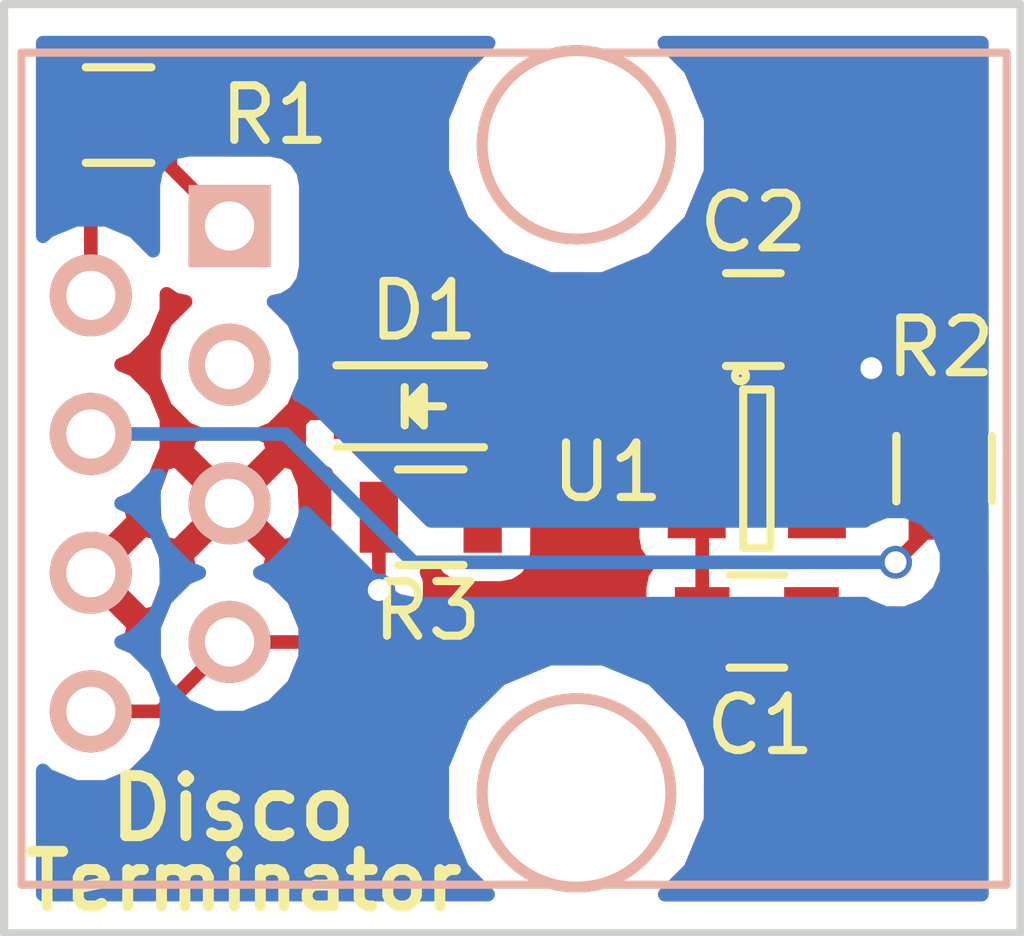
<source format=kicad_pcb>
(kicad_pcb (version 4) (host pcbnew 4.0.2-stable)

  (general
    (links 16)
    (no_connects 2)
    (area 0 0 0 0)
    (thickness 1.6)
    (drawings 7)
    (tracks 32)
    (zones 0)
    (modules 8)
    (nets 10)
  )

  (page A4)
  (layers
    (0 F.Cu signal)
    (31 B.Cu signal hide)
    (32 B.Adhes user)
    (33 F.Adhes user)
    (34 B.Paste user)
    (35 F.Paste user)
    (36 B.SilkS user)
    (37 F.SilkS user)
    (38 B.Mask user)
    (39 F.Mask user)
    (40 Dwgs.User user)
    (41 Cmts.User user)
    (42 Eco1.User user)
    (43 Eco2.User user)
    (44 Edge.Cuts user)
    (45 Margin user)
    (46 B.CrtYd user)
    (47 F.CrtYd user)
    (48 B.Fab user)
    (49 F.Fab user)
  )

  (setup
    (last_trace_width 0.25)
    (trace_clearance 0.2)
    (zone_clearance 0.508)
    (zone_45_only no)
    (trace_min 0.2)
    (segment_width 0.2)
    (edge_width 0.15)
    (via_size 0.6)
    (via_drill 0.4)
    (via_min_size 0.4)
    (via_min_drill 0.3)
    (uvia_size 0.3)
    (uvia_drill 0.1)
    (uvias_allowed no)
    (uvia_min_size 0.2)
    (uvia_min_drill 0.1)
    (pcb_text_width 0.3)
    (pcb_text_size 1.5 1.5)
    (mod_edge_width 0.15)
    (mod_text_size 1 1)
    (mod_text_width 0.15)
    (pad_size 1.524 1.524)
    (pad_drill 0.762)
    (pad_to_mask_clearance 0.2)
    (aux_axis_origin 0 0)
    (visible_elements FFFFFF7F)
    (pcbplotparams
      (layerselection 0x00030_80000001)
      (usegerberextensions false)
      (excludeedgelayer true)
      (linewidth 0.100000)
      (plotframeref false)
      (viasonmask false)
      (mode 1)
      (useauxorigin false)
      (hpglpennumber 1)
      (hpglpenspeed 20)
      (hpglpendiameter 15)
      (hpglpenoverlay 2)
      (psnegative false)
      (psa4output false)
      (plotreference true)
      (plotvalue true)
      (plotinvisibletext false)
      (padsonsilk false)
      (subtractmaskfromsilk false)
      (outputformat 1)
      (mirror false)
      (drillshape 0)
      (scaleselection 1)
      (outputdirectory ""))
  )

  (net 0 "")
  (net 1 VCC)
  (net 2 GND)
  (net 3 +5V)
  (net 4 "Net-(J1-Pad2)")
  (net 5 "Net-(J1-Pad1)")
  (net 6 "Net-(J1-Pad4)")
  (net 7 "Net-(U1-Pad4)")
  (net 8 "Net-(J1-Pad3)")
  (net 9 "Net-(D1-Pad2)")

  (net_class Default "This is the default net class."
    (clearance 0.2)
    (trace_width 0.25)
    (via_dia 0.6)
    (via_drill 0.4)
    (uvia_dia 0.3)
    (uvia_drill 0.1)
    (add_net +5V)
    (add_net GND)
    (add_net "Net-(D1-Pad2)")
    (add_net "Net-(J1-Pad1)")
    (add_net "Net-(J1-Pad2)")
    (add_net "Net-(J1-Pad3)")
    (add_net "Net-(J1-Pad4)")
    (add_net "Net-(U1-Pad4)")
    (add_net VCC)
  )

  (module Capacitors_SMD:C_0805 (layer F.Cu) (tedit 576A4FC6) (tstamp 576A4C6E)
    (at 161.4805 94.5515)
    (descr "Capacitor SMD 0805, reflow soldering, AVX (see smccp.pdf)")
    (tags "capacitor 0805")
    (path /576A5048)
    (attr smd)
    (fp_text reference C1 (at 0.0635 1.905) (layer F.SilkS)
      (effects (font (size 1 1) (thickness 0.15)))
    )
    (fp_text value 1.0uF (at 0 2.1) (layer F.Fab) hide
      (effects (font (size 1 1) (thickness 0.15)))
    )
    (fp_line (start -1.8 -1) (end 1.8 -1) (layer F.CrtYd) (width 0.05))
    (fp_line (start -1.8 1) (end 1.8 1) (layer F.CrtYd) (width 0.05))
    (fp_line (start -1.8 -1) (end -1.8 1) (layer F.CrtYd) (width 0.05))
    (fp_line (start 1.8 -1) (end 1.8 1) (layer F.CrtYd) (width 0.05))
    (fp_line (start 0.5 -0.85) (end -0.5 -0.85) (layer F.SilkS) (width 0.15))
    (fp_line (start -0.5 0.85) (end 0.5 0.85) (layer F.SilkS) (width 0.15))
    (pad 1 smd rect (at -1 0) (size 1 1.25) (layers F.Cu F.Paste F.Mask)
      (net 1 VCC))
    (pad 2 smd rect (at 1 0) (size 1 1.25) (layers F.Cu F.Paste F.Mask)
      (net 2 GND))
    (model Capacitors_SMD.3dshapes/C_0805.wrl
      (at (xyz 0 0 0))
      (scale (xyz 1 1 1))
      (rotate (xyz 0 0 0))
    )
  )

  (module Capacitors_SMD:C_0805 (layer F.Cu) (tedit 576A4FE7) (tstamp 576A4C7A)
    (at 161.417 89.027 180)
    (descr "Capacitor SMD 0805, reflow soldering, AVX (see smccp.pdf)")
    (tags "capacitor 0805")
    (path /576A5079)
    (attr smd)
    (fp_text reference C2 (at 0 1.778 180) (layer F.SilkS)
      (effects (font (size 1 1) (thickness 0.15)))
    )
    (fp_text value 2.2uF (at 0 2.1 180) (layer F.Fab) hide
      (effects (font (size 1 1) (thickness 0.15)))
    )
    (fp_line (start -1.8 -1) (end 1.8 -1) (layer F.CrtYd) (width 0.05))
    (fp_line (start -1.8 1) (end 1.8 1) (layer F.CrtYd) (width 0.05))
    (fp_line (start -1.8 -1) (end -1.8 1) (layer F.CrtYd) (width 0.05))
    (fp_line (start 1.8 -1) (end 1.8 1) (layer F.CrtYd) (width 0.05))
    (fp_line (start 0.5 -0.85) (end -0.5 -0.85) (layer F.SilkS) (width 0.15))
    (fp_line (start -0.5 0.85) (end 0.5 0.85) (layer F.SilkS) (width 0.15))
    (pad 1 smd rect (at -1 0 180) (size 1 1.25) (layers F.Cu F.Paste F.Mask)
      (net 3 +5V))
    (pad 2 smd rect (at 1 0 180) (size 1 1.25) (layers F.Cu F.Paste F.Mask)
      (net 2 GND))
    (model Capacitors_SMD.3dshapes/C_0805.wrl
      (at (xyz 0 0 0))
      (scale (xyz 1 1 1))
      (rotate (xyz 0 0 0))
    )
  )

  (module Resistors_SMD:R_0805 (layer F.Cu) (tedit 576A50DC) (tstamp 576A4C86)
    (at 149.7965 85.2805)
    (descr "Resistor SMD 0805, reflow soldering, Vishay (see dcrcw.pdf)")
    (tags "resistor 0805")
    (path /576A4B80)
    (attr smd)
    (fp_text reference R1 (at 2.8575 0) (layer F.SilkS)
      (effects (font (size 1 1) (thickness 0.15)))
    )
    (fp_text value 120 (at 0 2.1) (layer F.Fab) hide
      (effects (font (size 1 1) (thickness 0.15)))
    )
    (fp_line (start -1.6 -1) (end 1.6 -1) (layer F.CrtYd) (width 0.05))
    (fp_line (start -1.6 1) (end 1.6 1) (layer F.CrtYd) (width 0.05))
    (fp_line (start -1.6 -1) (end -1.6 1) (layer F.CrtYd) (width 0.05))
    (fp_line (start 1.6 -1) (end 1.6 1) (layer F.CrtYd) (width 0.05))
    (fp_line (start 0.6 0.875) (end -0.6 0.875) (layer F.SilkS) (width 0.15))
    (fp_line (start -0.6 -0.875) (end 0.6 -0.875) (layer F.SilkS) (width 0.15))
    (pad 1 smd rect (at -0.95 0) (size 0.7 1.3) (layers F.Cu F.Paste F.Mask)
      (net 4 "Net-(J1-Pad2)"))
    (pad 2 smd rect (at 0.95 0) (size 0.7 1.3) (layers F.Cu F.Paste F.Mask)
      (net 5 "Net-(J1-Pad1)"))
    (model Resistors_SMD.3dshapes/R_0805.wrl
      (at (xyz 0 0 0))
      (scale (xyz 1 1 1))
      (rotate (xyz 0 0 0))
    )
  )

  (module Resistors_SMD:R_0805 (layer F.Cu) (tedit 576A50C5) (tstamp 576A4C92)
    (at 164.9095 91.7575 270)
    (descr "Resistor SMD 0805, reflow soldering, Vishay (see dcrcw.pdf)")
    (tags "resistor 0805")
    (path /576A5325)
    (attr smd)
    (fp_text reference R2 (at -2.2225 0.0635 360) (layer F.SilkS)
      (effects (font (size 1 1) (thickness 0.15)))
    )
    (fp_text value 20k (at 0 2.1 270) (layer F.Fab) hide
      (effects (font (size 1 1) (thickness 0.15)))
    )
    (fp_line (start -1.6 -1) (end 1.6 -1) (layer F.CrtYd) (width 0.05))
    (fp_line (start -1.6 1) (end 1.6 1) (layer F.CrtYd) (width 0.05))
    (fp_line (start -1.6 -1) (end -1.6 1) (layer F.CrtYd) (width 0.05))
    (fp_line (start 1.6 -1) (end 1.6 1) (layer F.CrtYd) (width 0.05))
    (fp_line (start 0.6 0.875) (end -0.6 0.875) (layer F.SilkS) (width 0.15))
    (fp_line (start -0.6 -0.875) (end 0.6 -0.875) (layer F.SilkS) (width 0.15))
    (pad 1 smd rect (at -0.95 0 270) (size 0.7 1.3) (layers F.Cu F.Paste F.Mask)
      (net 3 +5V))
    (pad 2 smd rect (at 0.95 0 270) (size 0.7 1.3) (layers F.Cu F.Paste F.Mask)
      (net 6 "Net-(J1-Pad4)"))
    (model Resistors_SMD.3dshapes/R_0805.wrl
      (at (xyz 0 0 0))
      (scale (xyz 1 1 1))
      (rotate (xyz 0 0 0))
    )
  )

  (module TO_SOT_Packages_SMD:SOT-23-5 (layer F.Cu) (tedit 576A5106) (tstamp 576A4CA4)
    (at 161.4805 91.7575)
    (descr "5-pin SOT23 package")
    (tags SOT-23-5)
    (path /576A4D98)
    (attr smd)
    (fp_text reference U1 (at -2.7305 0.0635) (layer F.SilkS)
      (effects (font (size 1 1) (thickness 0.15)))
    )
    (fp_text value AP2204K-5.0TRG1 (at -0.05 2.35) (layer F.Fab) hide
      (effects (font (size 1 1) (thickness 0.15)))
    )
    (fp_line (start -1.8 -1.6) (end 1.8 -1.6) (layer F.CrtYd) (width 0.05))
    (fp_line (start 1.8 -1.6) (end 1.8 1.6) (layer F.CrtYd) (width 0.05))
    (fp_line (start 1.8 1.6) (end -1.8 1.6) (layer F.CrtYd) (width 0.05))
    (fp_line (start -1.8 1.6) (end -1.8 -1.6) (layer F.CrtYd) (width 0.05))
    (fp_circle (center -0.3 -1.7) (end -0.2 -1.7) (layer F.SilkS) (width 0.15))
    (fp_line (start 0.25 -1.45) (end -0.25 -1.45) (layer F.SilkS) (width 0.15))
    (fp_line (start 0.25 1.45) (end 0.25 -1.45) (layer F.SilkS) (width 0.15))
    (fp_line (start -0.25 1.45) (end 0.25 1.45) (layer F.SilkS) (width 0.15))
    (fp_line (start -0.25 -1.45) (end -0.25 1.45) (layer F.SilkS) (width 0.15))
    (pad 1 smd rect (at -1.1 -0.95) (size 1.06 0.65) (layers F.Cu F.Paste F.Mask)
      (net 1 VCC))
    (pad 2 smd rect (at -1.1 0) (size 1.06 0.65) (layers F.Cu F.Paste F.Mask)
      (net 2 GND))
    (pad 3 smd rect (at -1.1 0.95) (size 1.06 0.65) (layers F.Cu F.Paste F.Mask)
      (net 1 VCC))
    (pad 4 smd rect (at 1.1 0.95) (size 1.06 0.65) (layers F.Cu F.Paste F.Mask)
      (net 7 "Net-(U1-Pad4)"))
    (pad 5 smd rect (at 1.1 -0.95) (size 1.06 0.65) (layers F.Cu F.Paste F.Mask)
      (net 3 +5V))
    (model TO_SOT_Packages_SMD.3dshapes/SOT-23-5.wrl
      (at (xyz 0 0 0))
      (scale (xyz 1 1 1))
      (rotate (xyz 0 0 0))
    )
  )

  (module Connect:RJ45_8 locked (layer B.Cu) (tedit 576A4EDB) (tstamp 576A4DFA)
    (at 158.1785 91.7575 270)
    (tags RJ45)
    (path /576A48DA)
    (fp_text reference J1 (at 0.254 -4.826 270) (layer B.SilkS) hide
      (effects (font (size 1 1) (thickness 0.15)) (justify mirror))
    )
    (fp_text value RJ45 (at 0.14224 0.1016 270) (layer B.Fab) hide
      (effects (font (size 1 1) (thickness 0.15)) (justify mirror))
    )
    (fp_line (start -7.62 -7.874) (end 7.62 -7.874) (layer B.SilkS) (width 0.15))
    (fp_line (start 7.62 -7.874) (end 7.62 10.16) (layer B.SilkS) (width 0.15))
    (fp_line (start 7.62 10.16) (end -7.62 10.16) (layer B.SilkS) (width 0.15))
    (fp_line (start -7.62 10.16) (end -7.62 -7.874) (layer B.SilkS) (width 0.15))
    (pad Hole np_thru_hole circle (at 5.93852 0 270) (size 3.64998 3.64998) (drill 3.2512) (layers *.Cu *.SilkS *.Mask))
    (pad Hole np_thru_hole circle (at -5.9309 0 270) (size 3.64998 3.64998) (drill 3.2512) (layers *.Cu *.SilkS *.Mask))
    (pad 1 thru_hole rect (at -4.445 6.35 270) (size 1.50114 1.50114) (drill 0.89916) (layers *.Cu *.Mask B.SilkS)
      (net 5 "Net-(J1-Pad1)"))
    (pad 2 thru_hole circle (at -3.175 8.89 270) (size 1.50114 1.50114) (drill 0.89916) (layers *.Cu *.Mask B.SilkS)
      (net 4 "Net-(J1-Pad2)"))
    (pad 3 thru_hole circle (at -1.905 6.35 270) (size 1.50114 1.50114) (drill 0.89916) (layers *.Cu *.Mask B.SilkS)
      (net 8 "Net-(J1-Pad3)"))
    (pad 4 thru_hole circle (at -0.635 8.89 270) (size 1.50114 1.50114) (drill 0.89916) (layers *.Cu *.Mask B.SilkS)
      (net 6 "Net-(J1-Pad4)"))
    (pad 5 thru_hole circle (at 0.635 6.35 270) (size 1.50114 1.50114) (drill 0.89916) (layers *.Cu *.Mask B.SilkS)
      (net 2 GND))
    (pad 6 thru_hole circle (at 1.905 8.89 270) (size 1.50114 1.50114) (drill 0.89916) (layers *.Cu *.Mask B.SilkS)
      (net 2 GND))
    (pad 7 thru_hole circle (at 3.175 6.35 270) (size 1.50114 1.50114) (drill 0.89916) (layers *.Cu *.Mask B.SilkS)
      (net 1 VCC))
    (pad 8 thru_hole circle (at 4.445 8.89 270) (size 1.50114 1.50114) (drill 0.89916) (layers *.Cu *.Mask B.SilkS)
      (net 1 VCC))
    (model Connect.3dshapes/RJ45_8.wrl
      (at (xyz 0 0 0))
      (scale (xyz 0.4 0.4 0.4))
      (rotate (xyz 0 0 0))
    )
  )

  (module LEDs:LED_0805 (layer F.Cu) (tedit 576A5091) (tstamp 576A4E55)
    (at 155.3845 90.6145)
    (descr "LED 0805 smd package")
    (tags "LED 0805 SMD")
    (path /576A5B0C)
    (attr smd)
    (fp_text reference D1 (at 0 -1.75) (layer F.SilkS)
      (effects (font (size 1 1) (thickness 0.15)))
    )
    (fp_text value LED (at 0 1.75) (layer F.Fab) hide
      (effects (font (size 1 1) (thickness 0.15)))
    )
    (fp_line (start -1.6 0.75) (end 1.1 0.75) (layer F.SilkS) (width 0.15))
    (fp_line (start -1.6 -0.75) (end 1.1 -0.75) (layer F.SilkS) (width 0.15))
    (fp_line (start -0.1 0.15) (end -0.1 -0.1) (layer F.SilkS) (width 0.15))
    (fp_line (start -0.1 -0.1) (end -0.25 0.05) (layer F.SilkS) (width 0.15))
    (fp_line (start -0.35 -0.35) (end -0.35 0.35) (layer F.SilkS) (width 0.15))
    (fp_line (start 0 0) (end 0.35 0) (layer F.SilkS) (width 0.15))
    (fp_line (start -0.35 0) (end 0 -0.35) (layer F.SilkS) (width 0.15))
    (fp_line (start 0 -0.35) (end 0 0.35) (layer F.SilkS) (width 0.15))
    (fp_line (start 0 0.35) (end -0.35 0) (layer F.SilkS) (width 0.15))
    (fp_line (start 1.9 -0.95) (end 1.9 0.95) (layer F.CrtYd) (width 0.05))
    (fp_line (start 1.9 0.95) (end -1.9 0.95) (layer F.CrtYd) (width 0.05))
    (fp_line (start -1.9 0.95) (end -1.9 -0.95) (layer F.CrtYd) (width 0.05))
    (fp_line (start -1.9 -0.95) (end 1.9 -0.95) (layer F.CrtYd) (width 0.05))
    (pad 2 smd rect (at 1.04902 0 180) (size 1.19888 1.19888) (layers F.Cu F.Paste F.Mask)
      (net 9 "Net-(D1-Pad2)"))
    (pad 1 smd rect (at -1.04902 0 180) (size 1.19888 1.19888) (layers F.Cu F.Paste F.Mask)
      (net 2 GND))
    (model LEDs.3dshapes/LED_0805.wrl
      (at (xyz 0 0 0))
      (scale (xyz 1 1 1))
      (rotate (xyz 0 0 0))
    )
  )

  (module Resistors_SMD:R_0805 (layer F.Cu) (tedit 576A51C3) (tstamp 576A4E61)
    (at 155.5115 92.6465)
    (descr "Resistor SMD 0805, reflow soldering, Vishay (see dcrcw.pdf)")
    (tags "resistor 0805")
    (path /576A5B80)
    (attr smd)
    (fp_text reference R3 (at -0.0635 1.7145) (layer F.SilkS)
      (effects (font (size 1 1) (thickness 0.15)))
    )
    (fp_text value 200 (at 0 2.1) (layer F.Fab) hide
      (effects (font (size 1 1) (thickness 0.15)))
    )
    (fp_line (start -1.6 -1) (end 1.6 -1) (layer F.CrtYd) (width 0.05))
    (fp_line (start -1.6 1) (end 1.6 1) (layer F.CrtYd) (width 0.05))
    (fp_line (start -1.6 -1) (end -1.6 1) (layer F.CrtYd) (width 0.05))
    (fp_line (start 1.6 -1) (end 1.6 1) (layer F.CrtYd) (width 0.05))
    (fp_line (start 0.6 0.875) (end -0.6 0.875) (layer F.SilkS) (width 0.15))
    (fp_line (start -0.6 -0.875) (end 0.6 -0.875) (layer F.SilkS) (width 0.15))
    (pad 1 smd rect (at -0.95 0) (size 0.7 1.3) (layers F.Cu F.Paste F.Mask)
      (net 3 +5V))
    (pad 2 smd rect (at 0.95 0) (size 0.7 1.3) (layers F.Cu F.Paste F.Mask)
      (net 9 "Net-(D1-Pad2)"))
    (model Resistors_SMD.3dshapes/R_0805.wrl
      (at (xyz 0 0 0))
      (scale (xyz 1 1 1))
      (rotate (xyz 0 0 0))
    )
  )

  (gr_text Terminator (at 152.0825 99.314) (layer F.SilkS)
    (effects (font (size 1 1) (thickness 0.2)))
  )
  (gr_text Disco (at 151.892 97.9805) (layer F.SilkS)
    (effects (font (size 1.1 1.1) (thickness 0.2)))
  )
  (gr_line (start 147.701 83.2485) (end 147.828 83.2485) (angle 90) (layer Edge.Cuts) (width 0.15))
  (gr_line (start 147.701 100.2665) (end 147.701 83.2485) (angle 90) (layer Edge.Cuts) (width 0.15))
  (gr_line (start 166.3065 100.2665) (end 147.701 100.2665) (angle 90) (layer Edge.Cuts) (width 0.15))
  (gr_line (start 166.3065 83.2485) (end 166.3065 100.2665) (angle 90) (layer Edge.Cuts) (width 0.15))
  (gr_line (start 147.828 83.2485) (end 166.3065 83.2485) (angle 90) (layer Edge.Cuts) (width 0.15))

  (segment (start 160.3805 92.7075) (end 161.0385 92.7075) (width 0.25) (layer F.Cu) (net 1))
  (segment (start 160.975 90.8075) (end 160.3805 90.8075) (width 0.25) (layer F.Cu) (net 1) (tstamp 576A517D))
  (segment (start 161.417 91.2495) (end 160.975 90.8075) (width 0.25) (layer F.Cu) (net 1) (tstamp 576A5178))
  (segment (start 161.417 92.329) (end 161.417 91.2495) (width 0.25) (layer F.Cu) (net 1) (tstamp 576A5175))
  (segment (start 161.0385 92.7075) (end 161.417 92.329) (width 0.25) (layer F.Cu) (net 1) (tstamp 576A516E))
  (segment (start 160.4805 94.5515) (end 160.4805 92.8075) (width 0.25) (layer F.Cu) (net 1))
  (segment (start 160.4805 92.8075) (end 160.3805 92.7075) (width 0.25) (layer F.Cu) (net 1) (tstamp 576A515F))
  (segment (start 149.2885 96.2025) (end 150.5585 96.2025) (width 0.25) (layer F.Cu) (net 1))
  (segment (start 150.5585 96.2025) (end 151.8285 94.9325) (width 0.25) (layer F.Cu) (net 1) (tstamp 576A5154))
  (segment (start 151.8285 94.9325) (end 160.0995 94.9325) (width 0.25) (layer F.Cu) (net 1) (tstamp 576A5156))
  (segment (start 160.0995 94.9325) (end 160.4805 94.5515) (width 0.25) (layer F.Cu) (net 1) (tstamp 576A5157))
  (via (at 154.559 93.98) (size 0.6) (drill 0.4) (layers F.Cu B.Cu) (net 3))
  (segment (start 154.5615 93.9775) (end 154.559 93.98) (width 0.25) (layer F.Cu) (net 3) (tstamp 576A5430))
  (segment (start 154.5615 92.6465) (end 154.5615 93.9775) (width 0.25) (layer F.Cu) (net 3))
  (segment (start 162.5805 90.8075) (end 162.6845 90.8075) (width 0.25) (layer F.Cu) (net 3))
  (segment (start 162.6845 90.8075) (end 163.576 89.916) (width 0.25) (layer F.Cu) (net 3) (tstamp 576A53B8))
  (via (at 163.576 89.916) (size 0.6) (drill 0.4) (layers F.Cu B.Cu) (net 3))
  (segment (start 162.5805 90.8075) (end 164.9095 90.8075) (width 0.25) (layer F.Cu) (net 3))
  (segment (start 162.5805 90.8075) (end 162.5805 89.1905) (width 0.25) (layer F.Cu) (net 3))
  (segment (start 162.5805 89.1905) (end 162.417 89.027) (width 0.25) (layer F.Cu) (net 3) (tstamp 576A5185))
  (segment (start 149.2885 88.5825) (end 149.2885 85.7225) (width 0.25) (layer F.Cu) (net 4))
  (segment (start 149.2885 85.7225) (end 148.8465 85.2805) (width 0.25) (layer F.Cu) (net 4) (tstamp 576A51FF))
  (segment (start 150.7465 85.2805) (end 150.7465 86.2305) (width 0.25) (layer F.Cu) (net 5))
  (segment (start 150.7465 86.2305) (end 151.8285 87.3125) (width 0.25) (layer F.Cu) (net 5) (tstamp 576A51FC))
  (segment (start 164.0205 93.472) (end 155.194 93.472) (width 0.25) (layer B.Cu) (net 6))
  (via (at 164.0205 93.472) (size 0.6) (drill 0.4) (layers F.Cu B.Cu) (net 6))
  (segment (start 164.785 92.7075) (end 164.0205 93.472) (width 0.25) (layer F.Cu) (net 6) (tstamp 576A53EA))
  (segment (start 152.8445 91.1225) (end 149.2885 91.1225) (width 0.25) (layer B.Cu) (net 6) (tstamp 576A5423))
  (segment (start 155.194 93.472) (end 152.8445 91.1225) (width 0.25) (layer B.Cu) (net 6) (tstamp 576A5415))
  (segment (start 164.9095 92.7075) (end 164.785 92.7075) (width 0.25) (layer F.Cu) (net 6))
  (segment (start 156.4615 92.6465) (end 156.4615 90.64248) (width 0.25) (layer F.Cu) (net 9))
  (segment (start 156.4615 90.64248) (end 156.43352 90.6145) (width 0.25) (layer F.Cu) (net 9) (tstamp 576A51F9))

  (zone (net 2) (net_name GND) (layer F.Cu) (tstamp 576A534E) (hatch edge 0.508)
    (connect_pads (clearance 0.508))
    (min_thickness 0.254)
    (fill yes (arc_segments 16) (thermal_gap 0.508) (thermal_bridge_width 0.508))
    (polygon
      (pts
        (xy 166.116 100.076) (xy 147.828 100.1395) (xy 147.8915 83.439) (xy 166.116 83.439) (xy 166.116 100.076)
      )
    )
    (filled_polygon
      (pts
        (xy 165.5965 99.5565) (xy 159.796761 99.5565) (xy 160.262762 99.091312) (xy 160.638062 98.187489) (xy 160.638916 97.208845)
        (xy 160.265194 96.304368) (xy 159.736223 95.774473) (xy 159.9805 95.82394) (xy 160.9805 95.82394) (xy 161.215817 95.779662)
        (xy 161.431941 95.64059) (xy 161.478469 95.572494) (xy 161.620802 95.714827) (xy 161.854191 95.8115) (xy 162.19475 95.8115)
        (xy 162.3535 95.65275) (xy 162.3535 94.6785) (xy 162.6075 94.6785) (xy 162.6075 95.65275) (xy 162.76625 95.8115)
        (xy 163.106809 95.8115) (xy 163.340198 95.714827) (xy 163.518827 95.536199) (xy 163.6155 95.30281) (xy 163.6155 94.83725)
        (xy 163.45675 94.6785) (xy 162.6075 94.6785) (xy 162.3535 94.6785) (xy 162.3335 94.6785) (xy 162.3335 94.4245)
        (xy 162.3535 94.4245) (xy 162.3535 94.4045) (xy 162.6075 94.4045) (xy 162.6075 94.4245) (xy 163.45675 94.4245)
        (xy 163.579829 94.301421) (xy 163.833701 94.406838) (xy 164.205667 94.407162) (xy 164.549443 94.265117) (xy 164.812692 94.002327)
        (xy 164.936178 93.70494) (xy 165.5595 93.70494) (xy 165.5965 93.697978)
      )
    )
    (filled_polygon
      (pts
        (xy 156.094238 84.431308) (xy 155.718938 85.335131) (xy 155.718084 86.313775) (xy 156.091806 87.218252) (xy 156.783208 87.910862)
        (xy 157.687031 88.286162) (xy 158.665675 88.287016) (xy 159.463692 87.957282) (xy 159.378673 88.042301) (xy 159.282 88.27569)
        (xy 159.282 88.74125) (xy 159.44075 88.9) (xy 160.29 88.9) (xy 160.29 87.92575) (xy 160.13125 87.767)
        (xy 159.790691 87.767) (xy 159.664227 87.819383) (xy 160.262762 87.221892) (xy 160.638062 86.318069) (xy 160.638916 85.339425)
        (xy 160.265194 84.434948) (xy 159.789577 83.9585) (xy 165.5965 83.9585) (xy 165.5965 89.817553) (xy 165.5595 89.81006)
        (xy 164.511093 89.81006) (xy 164.511162 89.730833) (xy 164.369117 89.387057) (xy 164.106327 89.123808) (xy 163.762799 88.981162)
        (xy 163.56444 88.980989) (xy 163.56444 88.402) (xy 163.520162 88.166683) (xy 163.38109 87.950559) (xy 163.16889 87.805569)
        (xy 162.917 87.75456) (xy 161.917 87.75456) (xy 161.681683 87.798838) (xy 161.465559 87.93791) (xy 161.419031 88.006006)
        (xy 161.276698 87.863673) (xy 161.043309 87.767) (xy 160.70275 87.767) (xy 160.544 87.92575) (xy 160.544 88.9)
        (xy 160.564 88.9) (xy 160.564 89.154) (xy 160.544 89.154) (xy 160.544 89.174) (xy 160.29 89.174)
        (xy 160.29 89.154) (xy 159.44075 89.154) (xy 159.282 89.31275) (xy 159.282 89.77831) (xy 159.378673 90.011699)
        (xy 159.393508 90.026534) (xy 159.254069 90.23061) (xy 159.20306 90.4825) (xy 159.20306 91.1325) (xy 159.229419 91.272586)
        (xy 159.2155 91.30619) (xy 159.2155 91.47175) (xy 159.37425 91.6305) (xy 159.454551 91.6305) (xy 159.59861 91.728931)
        (xy 159.73562 91.756676) (xy 159.615183 91.779338) (xy 159.451757 91.8845) (xy 159.37425 91.8845) (xy 159.2155 92.04325)
        (xy 159.2155 92.20881) (xy 159.230768 92.245671) (xy 159.20306 92.3825) (xy 159.20306 93.0325) (xy 159.247338 93.267817)
        (xy 159.38641 93.483941) (xy 159.473629 93.543535) (xy 159.384069 93.67461) (xy 159.33306 93.9265) (xy 159.33306 94.1725)
        (xy 155.491471 94.1725) (xy 155.493838 94.166799) (xy 155.494162 93.794833) (xy 155.435896 93.653817) (xy 155.507931 93.54839)
        (xy 155.510581 93.535303) (xy 155.64741 93.747941) (xy 155.85961 93.892931) (xy 156.1115 93.94394) (xy 156.8115 93.94394)
        (xy 157.046817 93.899662) (xy 157.262941 93.76059) (xy 157.407931 93.54839) (xy 157.45894 93.2965) (xy 157.45894 91.9965)
        (xy 157.414662 91.761183) (xy 157.397244 91.734114) (xy 157.484401 91.67803) (xy 157.629391 91.46583) (xy 157.6804 91.21394)
        (xy 157.6804 90.01506) (xy 157.636122 89.779743) (xy 157.49705 89.563619) (xy 157.28485 89.418629) (xy 157.03296 89.36762)
        (xy 155.83408 89.36762) (xy 155.598763 89.411898) (xy 155.382639 89.55097) (xy 155.377044 89.559159) (xy 155.294618 89.476733)
        (xy 155.061229 89.38006) (xy 154.62123 89.38006) (xy 154.46248 89.53881) (xy 154.46248 90.4875) (xy 154.48248 90.4875)
        (xy 154.48248 90.7415) (xy 154.46248 90.7415) (xy 154.46248 90.7615) (xy 154.20848 90.7615) (xy 154.20848 90.7415)
        (xy 153.25979 90.7415) (xy 153.10104 90.90025) (xy 153.10104 91.34025) (xy 153.197713 91.573639) (xy 153.376342 91.752267)
        (xy 153.595164 91.842906) (xy 153.56406 91.9965) (xy 153.56406 93.2965) (xy 153.608338 93.531817) (xy 153.683923 93.64928)
        (xy 153.624162 93.793201) (xy 153.623838 94.165167) (xy 153.626868 94.1725) (xy 153.013663 94.1725) (xy 153.003814 94.148663)
        (xy 152.614387 93.758556) (xy 152.399004 93.669121) (xy 152.552765 93.605431) (xy 152.620825 93.36443) (xy 151.8285 92.572105)
        (xy 151.036175 93.36443) (xy 151.104235 93.605431) (xy 151.26954 93.664269) (xy 151.044663 93.757186) (xy 150.654556 94.146613)
        (xy 150.443171 94.655684) (xy 150.44269 95.206898) (xy 150.453394 95.232804) (xy 150.36576 95.320438) (xy 150.074387 95.028556)
        (xy 149.859004 94.939121) (xy 150.012765 94.875431) (xy 150.080825 94.63443) (xy 149.2885 93.842105) (xy 149.274358 93.856248)
        (xy 149.094753 93.676643) (xy 149.108895 93.6625) (xy 149.468105 93.6625) (xy 150.26043 94.454825) (xy 150.501431 94.386765)
        (xy 150.686267 93.867466) (xy 150.658305 93.316962) (xy 150.501431 92.938235) (xy 150.26043 92.870175) (xy 149.468105 93.6625)
        (xy 149.108895 93.6625) (xy 149.094753 93.648358) (xy 149.274358 93.468753) (xy 149.2885 93.482895) (xy 150.080825 92.69057)
        (xy 150.012765 92.449569) (xy 149.84746 92.390731) (xy 150.072337 92.297814) (xy 150.182809 92.187534) (xy 150.430733 92.187534)
        (xy 150.458695 92.738038) (xy 150.615569 93.116765) (xy 150.85657 93.184825) (xy 151.648895 92.3925) (xy 152.008105 92.3925)
        (xy 152.80043 93.184825) (xy 153.041431 93.116765) (xy 153.226267 92.597466) (xy 153.198305 92.046962) (xy 153.041431 91.668235)
        (xy 152.80043 91.600175) (xy 152.008105 92.3925) (xy 151.648895 92.3925) (xy 150.85657 91.600175) (xy 150.615569 91.668235)
        (xy 150.430733 92.187534) (xy 150.182809 92.187534) (xy 150.462444 91.908387) (xy 150.673829 91.399316) (xy 150.67431 90.848102)
        (xy 150.463814 90.338663) (xy 150.074387 89.948556) (xy 149.843119 89.852525) (xy 150.072337 89.757814) (xy 150.462444 89.368387)
        (xy 150.673829 88.859316) (xy 150.674094 88.555681) (xy 150.82604 88.659501) (xy 151.022521 88.699289) (xy 150.654556 89.066613)
        (xy 150.443171 89.575684) (xy 150.44269 90.126898) (xy 150.653186 90.636337) (xy 151.042613 91.026444) (xy 151.257996 91.115879)
        (xy 151.104235 91.179569) (xy 151.036175 91.42057) (xy 151.8285 92.212895) (xy 152.620825 91.42057) (xy 152.552765 91.179569)
        (xy 152.38746 91.120731) (xy 152.612337 91.027814) (xy 153.002444 90.638387) (xy 153.122221 90.349931) (xy 153.25979 90.4875)
        (xy 154.20848 90.4875) (xy 154.20848 89.53881) (xy 154.04973 89.38006) (xy 153.609731 89.38006) (xy 153.376342 89.476733)
        (xy 153.214257 89.638817) (xy 153.21431 89.578102) (xy 153.003814 89.068663) (xy 152.635656 88.699863) (xy 152.814387 88.666232)
        (xy 153.030511 88.52716) (xy 153.175501 88.31496) (xy 153.22651 88.06307) (xy 153.22651 86.56193) (xy 153.182232 86.326613)
        (xy 153.04316 86.110489) (xy 152.83096 85.965499) (xy 152.57907 85.91449) (xy 151.74394 85.91449) (xy 151.74394 84.6305)
        (xy 151.699662 84.395183) (xy 151.56059 84.179059) (xy 151.34839 84.034069) (xy 151.0965 83.98306) (xy 150.3965 83.98306)
        (xy 150.161183 84.027338) (xy 149.945059 84.16641) (xy 149.800069 84.37861) (xy 149.797419 84.391697) (xy 149.66059 84.179059)
        (xy 149.44839 84.034069) (xy 149.1965 83.98306) (xy 148.4965 83.98306) (xy 148.411 83.999148) (xy 148.411 83.9585)
        (xy 156.567872 83.9585)
      )
    )
  )
  (zone (net 3) (net_name +5V) (layer B.Cu) (tstamp 576A5383) (hatch edge 0.508)
    (connect_pads (clearance 0.508))
    (min_thickness 0.254)
    (fill yes (arc_segments 16) (thermal_gap 0.508) (thermal_bridge_width 0.508))
    (polygon
      (pts
        (xy 166.116 100.076) (xy 147.828 100.1395) (xy 147.8915 83.439) (xy 166.116 83.439) (xy 166.116 100.076)
      )
    )
    (filled_polygon
      (pts
        (xy 156.094238 84.431308) (xy 155.718938 85.335131) (xy 155.718084 86.313775) (xy 156.091806 87.218252) (xy 156.783208 87.910862)
        (xy 157.687031 88.286162) (xy 158.665675 88.287016) (xy 159.570152 87.913294) (xy 160.262762 87.221892) (xy 160.638062 86.318069)
        (xy 160.638916 85.339425) (xy 160.265194 84.434948) (xy 159.789577 83.9585) (xy 165.5965 83.9585) (xy 165.5965 99.5565)
        (xy 159.796761 99.5565) (xy 160.262762 99.091312) (xy 160.638062 98.187489) (xy 160.638916 97.208845) (xy 160.265194 96.304368)
        (xy 159.573792 95.611758) (xy 158.669969 95.236458) (xy 157.691325 95.235604) (xy 156.786848 95.609326) (xy 156.094238 96.300728)
        (xy 155.718938 97.204551) (xy 155.718084 98.183195) (xy 156.091806 99.087672) (xy 156.559816 99.5565) (xy 148.411 99.5565)
        (xy 148.411 97.284671) (xy 148.502613 97.376444) (xy 149.011684 97.587829) (xy 149.562898 97.58831) (xy 150.072337 97.377814)
        (xy 150.462444 96.988387) (xy 150.673829 96.479316) (xy 150.67431 95.928102) (xy 150.463814 95.418663) (xy 150.074387 95.028556)
        (xy 149.843119 94.932525) (xy 150.072337 94.837814) (xy 150.462444 94.448387) (xy 150.673829 93.939316) (xy 150.67431 93.388102)
        (xy 150.463814 92.878663) (xy 150.074387 92.488556) (xy 149.843119 92.392525) (xy 150.072337 92.297814) (xy 150.462444 91.908387)
        (xy 150.473193 91.8825) (xy 150.539998 91.8825) (xy 150.443171 92.115684) (xy 150.44269 92.666898) (xy 150.653186 93.176337)
        (xy 151.042613 93.566444) (xy 151.273881 93.662475) (xy 151.044663 93.757186) (xy 150.654556 94.146613) (xy 150.443171 94.655684)
        (xy 150.44269 95.206898) (xy 150.653186 95.716337) (xy 151.042613 96.106444) (xy 151.551684 96.317829) (xy 152.102898 96.31831)
        (xy 152.612337 96.107814) (xy 153.002444 95.718387) (xy 153.213829 95.209316) (xy 153.21431 94.658102) (xy 153.003814 94.148663)
        (xy 152.614387 93.758556) (xy 152.383119 93.662525) (xy 152.612337 93.567814) (xy 153.002444 93.178387) (xy 153.213829 92.669316)
        (xy 153.213919 92.566721) (xy 154.656599 94.009401) (xy 154.903161 94.174148) (xy 155.194 94.232) (xy 163.458037 94.232)
        (xy 163.490173 94.264192) (xy 163.833701 94.406838) (xy 164.205667 94.407162) (xy 164.549443 94.265117) (xy 164.812692 94.002327)
        (xy 164.955338 93.658799) (xy 164.955662 93.286833) (xy 164.813617 92.943057) (xy 164.550827 92.679808) (xy 164.207299 92.537162)
        (xy 163.835333 92.536838) (xy 163.491557 92.678883) (xy 163.458382 92.712) (xy 155.508802 92.712) (xy 153.381901 90.585099)
        (xy 153.135339 90.420352) (xy 153.096212 90.412569) (xy 153.213829 90.129316) (xy 153.21431 89.578102) (xy 153.003814 89.068663)
        (xy 152.635656 88.699863) (xy 152.814387 88.666232) (xy 153.030511 88.52716) (xy 153.175501 88.31496) (xy 153.22651 88.06307)
        (xy 153.22651 86.56193) (xy 153.182232 86.326613) (xy 153.04316 86.110489) (xy 152.83096 85.965499) (xy 152.57907 85.91449)
        (xy 151.07793 85.91449) (xy 150.842613 85.958768) (xy 150.626489 86.09784) (xy 150.481499 86.31004) (xy 150.43049 86.56193)
        (xy 150.43049 87.765281) (xy 150.074387 87.408556) (xy 149.565316 87.197171) (xy 149.014102 87.19669) (xy 148.504663 87.407186)
        (xy 148.411 87.500686) (xy 148.411 83.9585) (xy 156.567872 83.9585)
      )
    )
  )
)

</source>
